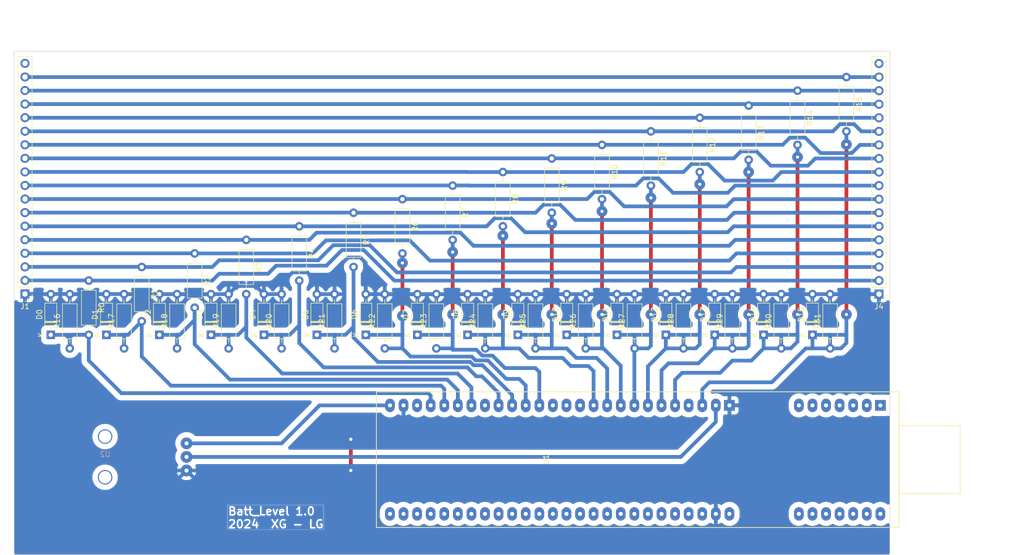
<source format=kicad_pcb>
(kicad_pcb (version 20221018) (generator pcbnew)
  (layers (0 "F.Cu" signal) (31 "B.Cu" signal) (34 "B.Paste" user) (35 "F.Paste" user) (36 "B.SilkS" user "B.Silkscreen") (37 "F.SilkS" user "F.Silkscreen") (38 "B.Mask" user) (39 "F.Mask" user) (44 "Edge.Cuts" user))
  (net 0 "")
  (net 1 "/V0")
  (net 2 "GNDPWR")
  (net 3 "/V1")
  (net 4 "/V2")
  (net 5 "/V3")
  (net 6 "/V4")
  (net 7 "/V5")
  (net 8 "/V6")
  (net 9 "/V7")
  (net 10 "/V8")
  (net 11 "/V9")
  (net 12 "/V10")
  (net 13 "/V11")
  (net 14 "/V12")
  (net 15 "/V13")
  (net 16 "/V14")
  (net 17 "/V15")
  (net 18 "/B0")
  (net 19 "/B1")
  (net 20 "/B2")
  (net 21 "/B3")
  (net 22 "/B4")
  (net 23 "/B5")
  (net 24 "/B6")
  (net 25 "/B7")
  (net 26 "/B8")
  (net 27 "/B9")
  (net 29 "Net-(U1-VDD)")
  (net 36 "Amp")
  (net 75 "/B10")
  (net 76 "/B11")
  (net 77 "/B12")
  (net 78 "/B13")
  (net 79 "/B14")
  (net 80 "/B15")
  (footprint "Resistor_THT:R_Axial_DIN0207_L6.3mm_D2.5mm_P10.16mm_Horizontal" (layer "F.Cu") (at 183.642 117.348 90)
    (fp_text reference "R26")
    (fp_text value "R")
  )
  (footprint "Resistor_THT:R_Axial_DIN0207_L6.3mm_D2.5mm_P10.16mm_Horizontal" (layer "F.Cu") (at 195.834 76.708 -90)
    (fp_text reference "R11")
    (fp_text value "R")
  )
  (footprint "Resistor_THT:R_Axial_DIN0207_L6.3mm_D2.5mm_P10.16mm_Horizontal" (layer "F.Cu") (at 177.292 81.788 -90)
    (fp_text reference "R9")
    (fp_text value "R")
  )
  (footprint "Resistor_THT:R_Axial_DIN0207_L6.3mm_D2.5mm_P10.16mm_Horizontal" (layer "F.Cu") (at 97.282 117.348 90)
    (fp_text reference "R17")
    (fp_text value "R")
  )
  (footprint "Resistor_THT:R_Axial_DIN0207_L6.3mm_D2.5mm_P10.16mm_Horizontal" (layer "F.Cu") (at 229.362 117.348 90)
    (fp_text reference "R31")
    (fp_text value "R")
  )
  (footprint "Resistor_THT:R_Axial_DIN0207_L6.3mm_D2.5mm_P10.16mm_Horizontal" (layer "F.Cu") (at 126.746 117.348 90)
    (fp_text reference "R20")
    (fp_text value "R")
  )
  (footprint "Resistor_THT:R_Axial_DIN0207_L6.3mm_D2.5mm_P10.16mm_Horizontal" (layer "F.Cu") (at 232.41 66.548 -90)
    (fp_text reference "R15")
    (fp_text value "R")
  )
  (footprint "Diode_THT:D_DO-35_SOD27_P7.62mm_Horizontal" (layer "F.Cu") (at 170.942 114.808 90)
    (fp_text reference "D9")
    (fp_text value "BZV55C3V6")
  )
  (footprint "Diode_THT:D_DO-35_SOD27_P7.62mm_Horizontal" (layer "F.Cu") (at 103.886 114.808 90)
    (fp_text reference "D2")
    (fp_text value "BZV55C3V6")
  )
  (footprint "Resistor_THT:R_Axial_DIN0207_L6.3mm_D2.5mm_P10.16mm_Horizontal" (layer "F.Cu") (at 214.122 71.882 -90)
    (fp_text reference "R13")
    (fp_text value "R")
  )
  (footprint "Resistor_THT:R_Axial_DIN0207_L6.3mm_D2.5mm_P10.16mm_Horizontal" (layer "F.Cu") (at 158.75 86.868 -90)
    (fp_text reference "R7")
    (fp_text value "R")
  )
  (footprint "Diode_THT:D_DO-35_SOD27_P7.62mm_Horizontal" (layer "F.Cu") (at 142.494 114.808 90)
    (fp_text reference "D6")
    (fp_text value "BZV55C3V6")
  )
  (footprint "Resistor_THT:R_Axial_DIN0207_L6.3mm_D2.5mm_P10.16mm_Horizontal" (layer "F.Cu") (at 186.69 79.248 -90)
    (fp_text reference "R10")
    (fp_text value "R")
  )
  (footprint "Resistor_THT:R_Axial_DIN0207_L6.3mm_D2.5mm_P10.16mm_Horizontal" (layer "F.Cu") (at 204.978 74.168 -90)
    (fp_text reference "R12")
    (fp_text value "R")
  )
  (footprint "Resistor_THT:R_Axial_DIN0207_L6.3mm_D2.5mm_P10.16mm_Horizontal" (layer "F.Cu") (at 192.786 117.348 90)
    (fp_text reference "R27")
    (fp_text value "R")
  )
  (footprint "Resistor_THT:R_Axial_DIN0207_L6.3mm_D2.5mm_P10.16mm_Horizontal" (layer "F.Cu") (at 155.702 117.348 90)
    (fp_text reference "R23")
    (fp_text value "R")
  )
  (footprint "Connector_PinHeader_2.54mm:PinHeader_1x18_P2.54mm_Vertical" (layer "F.Cu") (at 78.74 107.162 180)
    (fp_text reference "J1")
    (fp_text value "Conn_01x18")
  )
  (footprint "Resistor_THT:R_Axial_DIN0207_L6.3mm_D2.5mm_P10.16mm_Horizontal" (layer "F.Cu") (at 107.188 117.348 90)
    (fp_text reference "R18")
    (fp_text value "R")
  )
  (footprint "Diode_THT:D_DO-35_SOD27_P7.62mm_Horizontal" (layer "F.Cu") (at 180.086 114.808 90)
    (fp_text reference "D10")
    (fp_text value "BZV55C3V6")
  )
  (footprint "Resistor_THT:R_Axial_DIN0207_L6.3mm_D2.5mm_P10.16mm_Horizontal" (layer "F.Cu") (at 130.048 94.488 -90)
    (fp_text reference "R4")
    (fp_text value "R")
  )
  (footprint "Resistor_THT:R_Axial_DIN0207_L6.3mm_D2.5mm_P10.16mm_Horizontal" (layer "F.Cu") (at 168.148 84.328 -90)
    (fp_text reference "R8")
    (fp_text value "R")
  )
  (footprint "Resistor_THT:R_Axial_DIN0207_L6.3mm_D2.5mm_P10.16mm_Horizontal" (layer "F.Cu") (at 174.244 117.348 90)
    (fp_text reference "R25")
    (fp_text value "R")
  )
  (footprint "Resistor_THT:R_Axial_DIN0207_L6.3mm_D2.5mm_P10.16mm_Horizontal" (layer "F.Cu") (at 146.05 117.348 90)
    (fp_text reference "R22")
    (fp_text value "R")
  )
  (footprint "Diode_THT:D_DO-35_SOD27_P7.62mm_Horizontal" (layer "F.Cu") (at 93.98 114.808 90)
    (fp_text reference "D1")
    (fp_text value "BZV55C3V6")
  )
  (footprint "Diode_THT:D_DO-35_SOD27_P7.62mm_Horizontal" (layer "F.Cu") (at 216.916 114.808 90)
    (fp_text reference "D14")
    (fp_text value "BZV55C3V6")
  )
  (footprint "Diode_THT:D_DO-35_SOD27_P7.62mm_Horizontal" (layer "F.Cu") (at 226.06 114.808 90)
    (fp_text reference "D15")
    (fp_text value "BZV55C3V6")
  )
  (footprint "Diode_THT:D_DO-35_SOD27_P7.62mm_Horizontal" (layer "F.Cu") (at 83.566 114.808 90)
    (fp_text reference "D0")
    (fp_text value "BZV55C3V6")
  )
  (footprint "Resistor_THT:R_Axial_DIN0207_L6.3mm_D2.5mm_P10.16mm_Horizontal" (layer "F.Cu") (at 211.074 117.348 90)
    (fp_text reference "R29")
    (fp_text value "R")
  )
  (footprint "Diode_THT:D_DO-35_SOD27_P7.62mm_Horizontal" (layer "F.Cu") (at 189.484 114.808 90)
    (fp_text reference "D11")
    (fp_text value "BZV55C3V6")
  )
  (footprint "Diode_THT:D_DO-35_SOD27_P7.62mm_Horizontal" (layer "F.Cu") (at 152.146 114.808 90)
    (fp_text reference "D7")
    (fp_text value "BZV55C3V6")
  )
  (footprint "Diode_THT:D_DO-35_SOD27_P7.62mm_Horizontal" (layer "F.Cu") (at 161.544 114.808 90)
    (fp_text reference "D8")
    (fp_text value "BZV55C3V6")
  )
  (footprint "Resistor_THT:R_Axial_DIN0207_L6.3mm_D2.5mm_P10.16mm_Horizontal" (layer "F.Cu") (at 100.584 102.108 -90)
    (fp_text reference "R1")
    (fp_text value "R")
  )
  (footprint "Xg_lib_pcb:Cy8ckit-059" (layer "F.Cu") (at 176.23 138.176 -90)
    (fp_text reference "U1")
    (fp_text value "Cy8ckit-059")
  )
  (footprint "Resistor_THT:R_Axial_DIN0207_L6.3mm_D2.5mm_P10.16mm_Horizontal" (layer "F.Cu") (at 149.352 89.408 -90)
    (fp_text reference "R6")
    (fp_text value "R")
  )
  (footprint "Resistor_THT:R_Axial_DIN0207_L6.3mm_D2.5mm_P10.16mm_Horizontal" (layer "F.Cu") (at 90.678 104.648 -90)
    (fp_text reference "R0")
    (fp_text value "R")
  )
  (footprint "Diode_THT:D_DO-35_SOD27_P7.62mm_Horizontal" (layer "F.Cu") (at 198.628 114.808 90)
    (fp_text reference "D12")
    (fp_text value "BZV55C3V6")
  )
  (footprint "Resistor_THT:R_Axial_DIN0207_L6.3mm_D2.5mm_P10.16mm_Horizontal" (layer "F.Cu") (at 220.218 117.348 90)
    (fp_text reference "R30")
    (fp_text value "R")
  )
  (footprint "Resistor_THT:R_Axial_DIN0207_L6.3mm_D2.5mm_P10.16mm_Horizontal" (layer "F.Cu") (at 164.846 117.348 90)
    (fp_text reference "R24")
    (fp_text value "R")
  )
  (footprint "Resistor_THT:R_Axial_DIN0207_L6.3mm_D2.5mm_P10.16mm_Horizontal" (layer "F.Cu") (at 116.84 117.348 90)
    (fp_text reference "R19")
    (fp_text value "R")
  )
  (footprint "Diode_THT:D_DO-35_SOD27_P7.62mm_Horizontal" (layer "F.Cu") (at 133.35 114.808 90)
    (fp_text reference "D5")
    (fp_text value "BZV55C3V6")
  )
  (footprint "Diode_THT:D_DO-35_SOD27_P7.62mm_Horizontal" (layer "F.Cu") (at 113.538 114.808 90)
    (fp_text reference "D3")
    (fp_text value "BZV55C3V6")
  )
  (footprint "Diode_THT:D_DO-35_SOD27_P7.62mm_Horizontal" (layer "F.Cu") (at 123.444 114.808 90)
    (fp_text reference "D4")
    (fp_text value "BZV55C3V6")
  )
  (footprint "Resistor_THT:R_Axial_DIN0207_L6.3mm_D2.5mm_P10.16mm_Horizontal" (layer "F.Cu") (at 223.266 69.088 -90)
    (fp_text reference "R14")
    (fp_text value "R")
  )
  (footprint "Resistor_THT:R_Axial_DIN0207_L6.3mm_D2.5mm_P10.16mm_Horizontal" (layer "F.Cu") (at 87.122 117.348 90)
    (fp_text reference "R16")
    (fp_text value "R")
  )
  (footprint "Resistor_THT:R_Axial_DIN0207_L6.3mm_D2.5mm_P10.16mm_Horizontal" (layer "F.Cu") (at 110.49 99.568 -90)
    (fp_text reference "R2")
    (fp_text value "R")
  )
  (footprint "Resistor_THT:R_Axial_DIN0207_L6.3mm_D2.5mm_P10.16mm_Horizontal" (layer "F.Cu") (at 136.652 117.348 90)
    (fp_text reference "R21")
    (fp_text value "R")
  )
  (footprint "Resistor_THT:R_Axial_DIN0207_L6.3mm_D2.5mm_P10.16mm_Horizontal" (layer "F.Cu") (at 201.93 117.348 90)
    (fp_text reference "R28")
    (fp_text value "R")
  )
  (footprint "Resistor_THT:R_Axial_DIN0207_L6.3mm_D2.5mm_P10.16mm_Horizontal" (layer "F.Cu") (at 140.208 91.948 -90)
    (fp_text reference "R5")
    (fp_text value "R")
  )
  (footprint "Connector_PinHeader_2.54mm:PinHeader_1x18_P2.54mm_Vertical" (layer "F.Cu") (at 238.506 107.188 180)
    (fp_text reference "J4")
    (fp_text value "Conn_01x18" hide)
  )
  (footprint "Diode_THT:D_DO-35_SOD27_P7.62mm_Horizontal" (layer "F.Cu") (at 207.772 114.808 90)
    (fp_text reference "D13")
    (fp_text value "BZV55C3V6")
  )
  (footprint "Resistor_THT:R_Axial_DIN0207_L6.3mm_D2.5mm_P10.16mm_Horizontal" (layer "F.Cu") (at 120.142 97.028 -90)
    (fp_text reference "R3")
    (fp_text value "R")
  )
  (footprint "composants_internes:ACS-712_breakout" (layer "B.Cu") (at 93.726 137.668 180)
    (fp_text reference "U2")
    (fp_text value "~")
  )
  (gr_rect (start 76.708 61.6966) (end 240.538 155.956) (stroke (width 0.1)) (fill none) (layer "Edge.Cuts"))
  (gr_text "Batt_Level 1.0\n2024  XG - LG" (at 116.586 151.13) (layer "B.Cu" knockout) (effects (font (size 1.5 1.5) (thickness 0.3) bold) (justify left bottom)))
  (segment (start 90.678 114.808) (end 86.36 114.808) (width 0.7) (layer "B.Cu") (net 1))
  (segment (start 87.122 115.316) (end 87.63 114.808) (width 0.7) (layer "B.Cu") (net 1))
  (segment (start 96.774 125.73) (end 90.678 119.634) (width 0.7) (layer "B.Cu") (net 1))
  (segment (start 87.122 117.348) (end 87.122 115.57) (width 0.7) (layer "B.Cu") (net 1))
  (segment (start 90.678 119.634) (end 90.678 114.808) (width 0.7) (layer "B.Cu") (net 1))
  (segment (start 154.178 125.73) (end 96.774 125.73) (width 0.7) (layer "B.Cu") (net 1))
  (segment (start 86.36 114.808) (end 83.566 114.808) (width 0.7) (layer "B.Cu") (net 1))
  (segment (start 87.122 115.57) (end 86.36 114.808) (width 0.7) (layer "B.Cu") (net 1))
  (segment (start 87.63 114.808) (end 90.678 114.808) (width 0.7) (layer "B.Cu") (net 1))
  (segment (start 154.64 128.016) (end 154.64 126.192) (width 0.7) (layer "B.Cu") (net 1))
  (segment (start 154.64 126.192) (end 154.178 125.73) (width 0.7) (layer "B.Cu") (net 1))
  (segment (start 87.122 117.348) (end 87.122 115.316) (width 0.7) (layer "B.Cu") (net 1))
  (segment (start 139.7 134.366) (end 139.7 140.208) (width 0.7) (layer "F.Cu") (net 2))
  (via (at 139.7 140.208) (size 2) (drill 0.6) (layers "F.Cu" "B.Cu") (net 2))
  (via (at 139.7 134.366) (size 2) (drill 0.6) (layers "F.Cu" "B.Cu") (net 2))
  (segment (start 78.74 107.162) (end 103.86 107.162) (width 0.7) (layer "B.Cu") (net 2))
  (segment (start 128.778 103.124) (end 131.572 103.124) (width 0.7) (layer "B.Cu") (net 2))
  (segment (start 136.652 102.87) (end 139.192 100.33) (width 0.7) (layer "B.Cu") (net 2))
  (segment (start 139.192 100.33) (end 141.478 100.33) (width 0.7) (layer "B.Cu") (net 2))
  (segment (start 207.98 148.336) (end 207.98 140.254) (width 0.7) (layer "B.Cu") (net 2))
  (segment (start 121.92 105.664) (end 123.444 107.188) (width 0.7) (layer "B.Cu") (net 2))
  (segment (start 78.74 107.162) (end 78.74 113.538) (width 0.7) (layer "B.Cu") (net 2))
  (segment (start 78.74 113.538) (end 105.41 140.208) (width 0.7) (layer "B.Cu") (net 2))
  (segment (start 142.494 101.346) (end 142.113 100.965) (width 0.7) (layer "B.Cu") (net 2))
  (segment (start 133.35 107.188) (end 136.652 107.188) (width 0.7) (layer "B.Cu") (net 2))
  (segment (start 152.146 107.188) (end 155.702 107.188) (width 0.7) (layer "B.Cu") (net 2))
  (segment (start 103.86 107.162) (end 103.886 107.188) (width 0.7) (layer "B.Cu") (net 2))
  (segment (start 123.444 107.188) (end 126.746 107.188) (width 0.7) (layer "B.Cu") (net 2))
  (segment (start 141.478 100.33) (end 142.113 100.965) (width 0.7) (layer "B.Cu") (net 2))
  (segment (start 238.506 117.348) (end 233.172 122.682) (width 0.7) (layer "B.Cu") (net 2))
  (segment (start 217.424 128.016) (end 210.52 128.016) (width 0.7) (layer "B.Cu") (net 2))
  (segment (start 126.746 107.188) (end 126.746 105.156) (width 0.7) (layer "B.Cu") (net 2))
  (segment (start 116.84 107.188) (end 118.364 105.664) (width 0.7) (layer "B.Cu") (net 2))
  (segment (start 126.746 105.156) (end 128.778 103.124) (width 0.7) (layer "B.Cu") (net 2))
  (segment (start 205.694 140.208) (end 108.966 140.208) (width 0.7) (layer "B.Cu") (net 2))
  (segment (start 210.52 137.714) (end 209.423 138.811) (width 0.7) (layer "B.Cu") (net 2))
  (segment (start 140.716 133.35) (end 139.7 134.366) (width 0.7) (layer "B.Cu") (net 2))
  (segment (start 222.758 122.682) (end 217.424 128.016) (width 0.7) (layer "B.Cu") (net 2))
  (segment (start 133.35 107.188) (end 133.35 104.902) (width 0.7) (layer "B.Cu") (net 2))
  (segment (start 149.56 131.872) (end 148.082 133.35) (width 0.7) (layer "B.Cu") (net 2))
  (segment (start 148.082 133.35) (end 140.716 133.35) (width 0.7) (layer "B.Cu") (net 2))
  (segment (start 143.51 107.188) (end 154.432 107.188) (width 0.7) (layer "B.Cu") (net 2))
  (segment (start 238.176 107.112) (end 238.506 107.442) (width 0.7) (layer "B.Cu") (net 2))
  (segment (start 149.56 128.016) (end 149.56 131.872) (width 0.7) (layer "B.Cu") (net 2))
  (segment (start 238.506 107.188) (end 238.506 117.348) (width 0.7) (layer "B.Cu") (net 2))
  (segment (start 208.026 140.208) (end 209.423 138.811) (width 0.7) (layer "B.Cu") (net 2))
  (segment (start 205.694 140.208) (end 208.026 140.208) (width 0.7) (layer "B.Cu") (net 2))
  (segment (start 233.172 122.682) (end 222.758 122.682) (width 0.7) (layer "B.Cu") (net 2))
  (segment (start 142.494 107.188) (end 142.494 101.346) (width 0.7) (layer "B.Cu") (net 2))
  (segment (start 118.364 105.664) (end 121.92 105.664) (width 0.7) (layer "B.Cu") (net 2))
  (segment (start 136.652 107.188) (end 136.652 102.87) (width 0.7) (layer "B.Cu") (net 2))
  (segment (start 105.41 140.208) (end 108.966 140.208) (width 0.7) (layer "B.Cu") (net 2))
  (segment (start 207.98 140.254) (end 209.423 138.811) (width 0.7) (layer "B.Cu") (net 2))
  (segment (start 238.506 107.188) (end 142.494 107.188) (width 0.7) (layer "B.Cu") (net 2))
  (segment (start 133.35 104.902) (end 131.572 103.124) (width 0.7) (layer "B.Cu") (net 2))
  (segment (start 103.886 107.188) (end 116.84 107.188) (width 0.7) (layer "B.Cu") (net 2))
  (segment (start 210.52 128.016) (end 210.52 137.714) (width 0.7) (layer "B.Cu") (net 2))
  (segment (start 97.282 115.062) (end 97.536 114.808) (width 0.7) (layer "B.Cu") (net 3))
  (segment (start 100.584 118.872) (end 100.584 112.268) (width 0.7) (layer "B.Cu") (net 3))
  (segment (start 97.282 117.348) (end 97.282 115.062) (width 0.7) (layer "B.Cu") (net 3))
  (segment (start 93.98 114.808) (end 97.028 114.808) (width 0.7) (layer "B.Cu") (net 3))
  (segment (start 97.282 115.062) (end 97.028 114.808) (width 0.7) (layer "B.Cu") (net 3))
  (segment (start 97.536 114.808) (end 97.79 114.808) (width 0.7) (layer "B.Cu") (net 3))
  (segment (start 157.18 124.922) (end 156.591 124.333) (width 0.7) (layer "B.Cu") (net 3))
  (segment (start 98.044 114.808) (end 100.584 112.268) (width 0.7) (layer "B.Cu") (net 3))
  (segment (start 156.591 124.333) (end 106.045 124.333) (width 0.7) (layer "B.Cu") (net 3))
  (segment (start 157.18 128.016) (end 157.18 124.922) (width 0.7) (layer "B.Cu") (net 3))
  (segment (start 97.79 114.808) (end 98.044 114.808) (width 0.7) (layer "B.Cu") (net 3))
  (segment (start 106.045 124.333) (end 100.584 118.872) (width 0.7) (layer "B.Cu") (net 3))
  (segment (start 97.028 114.808) (end 97.79 114.808) (width 0.7) (layer "B.Cu") (net 3))
  (segment (start 159.72 125.176) (end 157.734 123.19) (width 0.7) (layer "B.Cu") (net 4))
  (segment (start 107.188 117.348) (end 107.188 114.808) (width 0.7) (layer "B.Cu") (net 4))
  (segment (start 110.49 116.586) (end 110.49 109.728) (width 0.7) (layer "B.Cu") (net 4))
  (segment (start 159.72 128.016) (end 159.72 125.176) (width 0.7) (layer "B.Cu") (net 4))
  (segment (start 117.094 123.19) (end 110.49 116.586) (width 0.7) (layer "B.Cu") (net 4))
  (segment (start 107.188 114.808) (end 107.696 114.808) (width 0.7) (layer "B.Cu") (net 4))
  (segment (start 157.734 123.19) (end 117.094 123.19) (width 0.7) (layer "B.Cu") (net 4))
  (segment (start 107.696 114.808) (end 110.49 112.014) (width 0.7) (layer "B.Cu") (net 4))
  (segment (start 103.886 114.808) (end 107.188 114.808) (width 0.7) (layer "B.Cu") (net 4))
  (segment (start 110.49 112.014) (end 110.49 109.728) (width 0.7) (layer "B.Cu") (net 4))
  (segment (start 118.618 114.808) (end 116.84 114.808) (width 0.7) (layer "B.Cu") (net 5))
  (segment (start 126.873 122.047) (end 120.142 115.316) (width 0.7) (layer "B.Cu") (net 5))
  (segment (start 159.664 122.047) (end 126.873 122.047) (width 0.7) (layer "B.Cu") (net 5))
  (segment (start 120.142 107.188) (end 120.142 112.268) (width 0.7) (layer "B.Cu") (net 5))
  (segment (start 162.26 124.643) (end 159.664 122.047) (width 0.7) (layer "B.Cu") (net 5))
  (segment (start 116.84 117.348) (end 116.84 114.808) (width 0.7) (layer "B.Cu") (net 5))
  (segment (start 120.142 113.284) (end 118.618 114.808) (width 0.7) (layer "B.Cu") (net 5))
  (segment (start 120.142 112.268) (end 120.142 113.284) (width 0.7) (layer "B.Cu") (net 5))
  (segment (start 162.26 128.016) (end 162.26 124.643) (width 0.7) (layer "B.Cu") (net 5))
  (segment (start 116.84 114.808) (end 113.538 114.808) (width 0.7) (layer "B.Cu") (net 5))
  (segment (start 120.142 115.316) (end 120.142 112.268) (width 0.7) (layer "B.Cu") (net 5))
  (segment (start 164.234 122.578) (end 163.172 122.578) (width 0.7) (layer "B.Cu") (net 6))
  (segment (start 128.27 114.808) (end 126.746 114.808) (width 0.7) (layer "B.Cu") (net 6))
  (segment (start 134.62 120.904) (end 130.048 116.332) (width 0.7) (layer "B.Cu") (net 6))
  (segment (start 130.048 104.648) (end 130.048 113.03) (width 0.7) (layer "B.Cu") (net 6))
  (segment (start 167.34 128.016) (end 167.34 125.684) (width 0.7) (layer "B.Cu") (net 6))
  (segment (start 161.498 120.904) (end 134.62 120.904) (width 0.7) (layer "B.Cu") (net 6))
  (segment (start 130.048 116.332) (end 130.048 113.03) (width 0.7) (layer "B.Cu") (net 6))
  (segment (start 163.172 122.578) (end 161.498 120.904) (width 0.7) (layer "B.Cu") (net 6))
  (segment (start 126.746 117.348) (end 126.746 114.808) (width 0.7) (layer "B.Cu") (net 6))
  (segment (start 126.746 114.808) (end 123.444 114.808) (width 0.7) (layer "B.Cu") (net 6))
  (segment (start 130.048 113.03) (end 128.27 114.808) (width 0.7) (layer "B.Cu") (net 6))
  (segment (start 167.34 125.684) (end 164.234 122.578) (width 0.7) (layer "B.Cu") (net 6))
  (segment (start 136.652 114.808) (end 133.35 114.808) (width 0.7) (layer "B.Cu") (net 7))
  (segment (start 144.78 119.888) (end 140.208 115.316) (width 0.7) (layer "B.Cu") (net 7))
  (segment (start 162.659208 120.498) (end 162.049208 119.888) (width 0.7) (layer "B.Cu") (net 7))
  (segment (start 140.208 115.316) (end 140.208 113.284) (width 0.7) (layer "B.Cu") (net 7))
  (segment (start 169.88 128.016) (end 169.88 126.066) (width 0.7) (layer "B.Cu") (net 7))
  (segment (start 162.049208 119.888) (end 144.78 119.888) (width 0.7) (layer "B.Cu") (net 7))
  (segment (start 140.208 113.284) (end 138.684 114.808) (width 0.7) (layer "B.Cu") (net 7))
  (segment (start 164.312 120.498) (end 162.659208 120.498) (width 0.7) (layer "B.Cu") (net 7))
  (segment (start 136.652 117.348) (end 136.652 114.808) (width 0.7) (layer "B.Cu") (net 7))
  (segment (start 169.88 126.066) (end 164.312 120.498) (width 0.7) (layer "B.Cu") (net 7))
  (segment (start 138.684 114.808) (end 136.652 114.808) (width 0.7) (layer "B.Cu") (net 7))
  (segment (start 140.208 102.108) (end 140.208 113.284) (width 0.7) (layer "B.Cu") (net 7))
  (segment (start 149.352 101.346) (end 149.352 111.252) (width 0.7) (layer "F.Cu") (net 8))
  (via (at 149.352 111.252) (size 2) (drill 0.6) (layers "F.Cu" "B.Cu") (net 8))
  (via (at 149.352 101.346) (size 2) (drill 0.6) (layers "F.Cu" "B.Cu") (net 8))
  (segment (start 163.032 119.598) (end 165.318 119.598) (width 0.7) (layer "B.Cu") (net 8))
  (segment (start 165.318 119.598) (end 168.783 123.063) (width 0.7) (layer "B.Cu") (net 8))
  (segment (start 142.494 114.808) (end 149.352 114.808) (width 0.7) (layer "B.Cu") (net 8))
  (segment (start 162.306 118.872) (end 163.032 119.598) (width 0.7) (layer "B.Cu") (net 8))
  (segment (start 149.352 101.346) (end 149.352 99.568) (width 0.7) (layer "B.Cu") (net 8))
  (segment (start 150.876 118.872) (end 162.306 118.872) (width 0.7) (layer "B.Cu") (net 8))
  (segment (start 149.352 114.808) (end 149.352 111.252) (width 0.7) (layer "B.Cu") (net 8))
  (segment (start 149.352 117.348) (end 150.876 118.872) (width 0.7) (layer "B.Cu") (net 8))
  (segment (start 149.352 117.348) (end 149.352 114.808) (width 0.7) (layer "B.Cu") (net 8))
  (segment (start 168.783 123.063) (end 171.196 123.063) (width 0.7) (layer "B.Cu") (net 8))
  (segment (start 171.196 123.063) (end 172.42 124.287) (width 0.7) (layer "B.Cu") (net 8))
  (segment (start 146.05 117.348) (end 149.352 117.348) (width 0.7) (layer "B.Cu") (net 8))
  (segment (start 172.42 124.287) (end 172.42 128.016) (width 0.7) (layer "B.Cu") (net 8))
  (segment (start 158.75 109.22) (end 158.75 110.998) (width 0.7) (layer "F.Cu") (net 9))
  (segment (start 158.75 99.314) (end 158.75 109.22) (width 0.7) (layer "F.Cu") (net 9))
  (via (at 158.75 99.314) (size 2) (drill 0.6) (layers "F.Cu" "B.Cu") (net 9))
  (via (at 158.75 110.998) (size 2) (drill 0.6) (layers "F.Cu" "B.Cu") (net 9))
  (segment (start 158.75 97.028) (end 158.75 99.314) (width 0.7) (layer "B.Cu") (net 9))
  (segment (start 174.96 128.016) (end 174.96 121.747) (width 0.7) (layer "B.Cu") (net 9))
  (segment (start 155.702 117.348) (end 158.496 117.348) (width 0.7) (layer "B.Cu") (net 9))
  (segment (start 168.529 121.031) (end 166.196 118.698) (width 0.7) (layer "B.Cu") (net 9))
  (segment (start 166.196 118.698) (end 164.286811 118.698) (width 0.7) (layer "B.Cu") (net 9))
  (segment (start 163.190811 117.602) (end 158.75 117.602) (width 0.7) (layer "B.Cu") (net 9))
  (segment (start 164.286811 118.698) (end 163.190811 117.602) (width 0.7) (layer "B.Cu") (net 9))
  (segment (start 174.96 121.747) (end 174.244 121.031) (width 0.7) (layer "B.Cu") (net 9))
  (segment (start 158.75 114.808) (end 158.75 110.998) (width 0.7) (layer "B.Cu") (net 9))
  (segment (start 158.496 117.348) (end 158.75 117.602) (width 0.7) (layer "B.Cu") (net 9))
  (segment (start 158.75 117.602) (end 158.75 114.808) (width 0.7) (layer "B.Cu") (net 9))
  (segment (start 174.244 121.031) (end 168.529 121.031) (width 0.7) (layer "B.Cu") (net 9))
  (segment (start 152.146 114.808) (end 158.75 114.808) (width 0.7) (layer "B.Cu") (net 9))
  (segment (start 168.148 96.266) (end 168.148 110.997998) (width 0.7) (layer "F.Cu") (net 10))
  (via (at 168.148 96.266) (size 2) (drill 0.6) (layers "F.Cu" "B.Cu") (net 10))
  (via (at 168.148 110.997998) (size 2) (drill 0.6) (layers "F.Cu" "B.Cu") (net 10))
  (segment (start 168.148 117.348) (end 164.846 117.348) (width 0.7) (layer "B.Cu") (net 10))
  (segment (start 161.544 114.808) (end 164.846 114.808) (width 0.7) (layer "B.Cu") (net 10))
  (segment (start 172.974 119.126) (end 171.196 117.348) (width 0.7) (layer "B.Cu") (net 10))
  (segment (start 180.848 120.65) (end 179.324 119.126) (width 0.7) (layer "B.Cu") (net 10))
  (segment (start 164.846 114.808) (end 168.148 114.808) (width 0.7) (layer "B.Cu") (net 10))
  (segment (start 171.196 117.348) (end 168.148 117.348) (width 0.7) (layer "B.Cu") (net 10))
  (segment (start 164.846 117.348) (end 164.846 114.808) (width 0.7) (layer "B.Cu") (net 10))
  (segment (start 185.12 128.016) (end 185.12 121.62) (width 0.7) (layer "B.Cu") (net 10))
  (segment (start 185.12 121.62) (end 184.15 120.65) (width 0.7) (layer "B.Cu") (net 10))
  (segment (start 168.148 114.808) (end 168.148 117.348) (width 0.7) (layer "B.Cu") (net 10))
  (segment (start 179.324 119.126) (end 172.974 119.126) (width 0.7) (layer "B.Cu") (net 10))
  (segment (start 184.15 120.65) (end 180.848 120.65) (width 0.7) (layer "B.Cu") (net 10))
  (segment (start 168.148 94.488) (end 168.148 96.266) (width 0.7) (layer "B.Cu") (net 10))
  (segment (start 168.148 110.997998) (end 168.148 114.808) (width 0.7) (layer "B.Cu") (net 10))
  (segment (start 177.292 93.98) (end 177.292 110.998) (width 0.7) (layer "F.Cu") (net 11))
  (via (at 177.292 110.998) (size 2) (drill 0.6) (layers "F.Cu" "B.Cu") (net 11))
  (via (at 177.292 93.98) (size 2) (drill 0.6) (layers "F.Cu" "B.Cu") (net 11))
  (segment (start 174.244 117.348) (end 174.244 114.808) (width 0.7) (layer "B.Cu") (net 11))
  (segment (start 177.292 114.808) (end 177.292 117.348) (width 0.7) (layer "B.Cu") (net 11))
  (segment (start 187.66 128.016) (end 187.66 121.112) (width 0.7) (layer "B.Cu") (net 11))
  (segment (start 177.292 110.998) (end 177.292 114.808) (width 0.7) (layer "B.Cu") (net 11))
  (segment (start 187.66 121.112) (end 185.674 119.126) (width 0.7) (layer "B.Cu") (net 11))
  (segment (start 180.086 117.348) (end 177.292 117.348) (width 0.7) (layer "B.Cu") (net 11))
  (segment (start 170.942 114.808) (end 174.244 114.808) (width 0.7) (layer "B.Cu") (net 11))
  (segment (start 177.292 117.348) (end 174.244 117.348) (width 0.7) (layer "B.Cu") (net 11))
  (segment (start 181.864 119.126) (end 180.086 117.348) (width 0.7) (layer "B.Cu") (net 11))
  (segment (start 177.292 91.948) (end 177.292 93.98) (width 0.7) (layer "B.Cu") (net 11))
  (segment (start 174.244 114.808) (end 177.292 114.808) (width 0.7) (layer "B.Cu") (net 11))
  (segment (start 185.674 119.126) (end 181.864 119.126) (width 0.7) (layer "B.Cu") (net 11))
  (segment (start 186.69 91.694) (end 186.69 110.998) (width 0.7) (layer "F.Cu") (net 12))
  (via (at 186.69 91.694) (size 2) (drill 0.6) (layers "F.Cu" "B.Cu") (net 12))
  (via (at 186.69 110.998) (size 2) (drill 0.6) (layers "F.Cu" "B.Cu") (net 12))
  (segment (start 186.69 89.408) (end 186.69 91.694) (width 0.7) (layer "B.Cu") (net 12))
  (segment (start 186.69 114.808) (end 186.69 117.348) (width 0.7) (layer "B.Cu") (net 12))
  (segment (start 183.642 117.348) (end 183.642 114.808) (width 0.7) (layer "B.Cu") (net 12))
  (segment (start 190.2 128.016) (end 190.2 120.604) (width 0.7) (layer "B.Cu") (net 12))
  (segment (start 186.69 117.348) (end 183.642 117.348) (width 0.7) (layer "B.Cu") (net 12))
  (segment (start 183.642 114.808) (end 186.69 114.808) (width 0.7) (layer "B.Cu") (net 12))
  (segment (start 186.944 117.348) (end 186.69 117.348) (width 0.7) (layer "B.Cu") (net 12))
  (segment (start 186.69 110.998) (end 186.69 114.808) (width 0.7) (layer "B.Cu") (net 12))
  (segment (start 190.2 120.604) (end 186.944 117.348) (width 0.7) (layer "B.Cu") (net 12))
  (segment (start 180.086 114.808) (end 183.642 114.808) (width 0.7) (layer "B.Cu") (net 12))
  (segment (start 195.834 89.154) (end 195.834 110.998) (width 0.7) (layer "F.Cu") (net 13))
  (via (at 195.834 110.998) (size 2) (drill 0.6) (layers "F.Cu" "B.Cu") (net 13))
  (via (at 195.834 89.154) (size 2) (drill 0.6) (layers "F.Cu" "B.Cu") (net 13))
  (segment (start 192.74 117.394) (end 192.786 117.348) (width 0.7) (layer "B.Cu") (net 13))
  (segment (start 192.786 114.808) (end 195.834 114.808) (width 0.7) (layer "B.Cu") (net 13))
  (segment (start 192.74 128.016) (end 192.74 117.394) (width 0.7) (layer "B.Cu") (net 13))
  (segment (start 195.834 110.998) (end 195.834 114.808) (width 0.7) (layer "B.Cu") (net 13))
  (segment (start 192.786 117.348) (end 192.786 114.808) (width 0.7) (layer "B.Cu") (net 13))
  (segment (start 195.326 117.348) (end 192.786 117.348) (width 0.7) (layer "B.Cu") (net 13))
  (segment (start 189.484 114.808) (end 192.786 114.808) (width 0.7) (layer "B.Cu") (net 13))
  (segment (start 195.834 116.84) (end 195.326 117.348) (width 0.7) (layer "B.Cu") (net 13))
  (segment (start 195.834 114.808) (end 195.834 116.84) (width 0.7) (layer "B.Cu") (net 13))
  (segment (start 195.834 86.868) (end 195.834 89.154) (width 0.7) (layer "B.Cu") (net 13))
  (segment (start 204.978 86.614) (end 204.978 110.997998) (width 0.7) (layer "F.Cu") (net 14))
  (segment (start 204.978 110.997998) (end 204.978002 110.998) (width 0.7) (layer "F.Cu") (net 14))
  (via (at 204.978002 110.998) (size 2) (drill 0.6) (layers "F.Cu" "B.Cu") (net 14))
  (via (at 204.978 86.614) (size 2) (drill 0.6) (layers "F.Cu" "B.Cu") (net 14))
  (segment (start 204.978 110.998002) (end 204.978002 110.998) (width 0.7) (layer "B.Cu") (net 14))
  (segment (start 201.93 114.808) (end 204.978 114.808) (width 0.7) (layer "B.Cu") (net 14))
  (segment (start 198.628 114.808) (end 201.93 114.808) (width 0.7) (layer "B.Cu") (net 14))
  (segment (start 204.978 84.328) (end 204.978 86.614) (width 0.7) (layer "B.Cu") (net 14))
  (segment (start 195.28 120.696) (end 198.628 117.348) (width 0.7) (layer "B.Cu") (net 14))
  (segment (start 198.628 117.348) (end 201.93 117.348) (width 0.7) (layer "B.Cu") (net 14))
  (segment (start 204.978 114.808) (end 204.978 110.998002) (width 0.7) (layer "B.Cu") (net 14))
  (segment (start 204.216 117.348) (end 204.978 116.586) (width 0.7) (layer "B.Cu") (net 14))
  (segment (start 198.628 114.808) (end 198.628 117.348) (width 0.7) (layer "B.Cu") (net 14))
  (segment (start 195.28 128.016) (end 195.28 120.696) (width 0.7) (layer "B.Cu") (net 14))
  (segment (start 201.93 117.348) (end 201.93 114.808) (width 0.7) (layer "B.Cu") (net 14))
  (segment (start 204.978 116.586) (end 204.978 114.808) (width 0.7) (layer "B.Cu") (net 14))
  (segment (start 201.93 117.348) (end 204.216 117.348) (width 0.7) (layer "B.Cu") (net 14))
  (segment (start 214.122 84.328) (end 214.122 110.998) (width 0.7) (layer "F.Cu") (net 15))
  (via (at 214.122 84.328) (size 2) (drill 0.6) (layers "F.Cu" "B.Cu") (net 15))
  (via (at 214.122 110.998) (size 2) (drill 0.6) (layers "F.Cu" "B.Cu") (net 15))
  (segment (start 204.724 120.142) (end 207.518 117.348) (width 0.7) (layer "B.Cu") (net 15))
  (segment (start 214.122 82.042) (end 214.122 84.328) (width 0.7) (layer "B.Cu") (net 15))
  (segment (start 197.82 121.458) (end 199.136 120.142) (width 0.7) (layer "B.Cu") (net 15))
  (segment (start 207.518 117.348) (end 207.772 117.348) (width 0.7) (layer "B.Cu") (net 15))
  (segment (start 207.772 114.808) (end 211.328 114.808) (width 0.7) (layer "B.Cu") (net 15))
  (segment (start 207.772 114.808) (end 207.772 117.348) (width 0.7) (layer "B.Cu") (net 15))
  (segment (start 211.074 117.348) (end 213.614 117.348) (width 0.7) (layer "B.Cu") (net 15))
  (segment (start 214.122 116.84) (end 214.122 114.808) (width 0.7) (layer "B.Cu") (net 15))
  (segment (start 211.328 114.808) (end 214.122 114.808) (width 0.7) (layer "B.Cu") (net 15))
  (segment (start 211.074 117.348) (end 211.074 115.062) (width 0.7) (layer "B.Cu") (net 15))
  (segment (start 214.122 114.808) (end 214.122 110.998) (width 0.7) (layer "B.Cu") (net 15))
  (segment (start 213.614 117.348) (end 214.122 116.84) (width 0.7) (layer "B.Cu") (net 15))
  (segment (start 197.82 128.016) (end 197.82 121.458) (width 0.7) (layer "B.Cu") (net 15))
  (segment (start 199.136 120.142) (end 204.724 120.142) (width 0.7) (layer "B.Cu") (net 15))
  (segment (start 211.074 115.062) (end 211.328 114.808) (width 0.7) (layer "B.Cu") (net 15))
  (segment (start 207.772 117.348) (end 211.074 117.348) (width 0.7) (layer "B.Cu") (net 15))
  (segment (start 223.266 81.534) (end 223.266 110.998002) (width 0.7) (layer "F.Cu") (net 16))
  (via (at 223.266 81.534) (size 2) (drill 0.6) (layers "F.Cu" "B.Cu") (net 16))
  (via (at 223.266 110.998002) (size 2) (drill 0.6) (layers "F.Cu" "B.Cu") (net 16))
  (segment (start 200.36 123.236) (end 201.676 121.92) (width 0.7) (layer "B.Cu") (net 16))
  (segment (start 214.63 119.634) (end 216.916 117.348) (width 0.7) (layer "B.Cu") (net 16))
  (segment (start 220.218 117.348) (end 220.218 114.808) (width 0.7) (layer "B.Cu") (net 16))
  (segment (start 216.916 117.348) (end 220.218 117.348) (width 0.7) (layer "B.Cu") (net 16))
  (segment (start 216.916 114.808) (end 216.916 117.348) (width 0.7) (layer "B.Cu") (net 16))
  (segment (start 201.676 121.92) (end 208.788 121.92) (width 0.7) (layer "B.Cu") (net 16))
  (segment (start 223.266 114.808) (end 223.266 110.998002) (width 0.7) (layer "B.Cu") (net 16))
  (segment (start 220.218 114.808) (end 223.266 114.808) (width 0.7) (layer "B.Cu") (net 16))
  (segment (start 221.996 117.348) (end 223.266 116.078) (width 0.7) (layer "B.Cu") (net 16))
  (segment (start 223.266 116.078) (end 223.266 114.808) (width 0.7) (layer "B.Cu") (net 16))
  (segment (start 216.916 114.808) (end 220.218 114.808) (width 0.7) (layer "B.Cu") (net 16))
  (segment (start 220.218 117.348) (end 221.996 117.348) (width 0.7) (layer "B.Cu") (net 16))
  (segment (start 208.788 121.92) (end 211.074 119.634) (width 0.7) (layer "B.Cu") (net 16))
  (segment (start 223.266 79.248) (end 223.266 81.534) (width 0.7) (layer "B.Cu") (net 16))
  (segment (start 200.36 128.016) (end 200.36 123.236) (width 0.7) (layer "B.Cu") (net 16))
  (segment (start 211.074 119.634) (end 214.63 119.634) (width 0.7) (layer "B.Cu") (net 16))
  (segment (start 232.41 110.998) (end 232.41 79.172) (width 0.7) (layer "F.Cu") (net 17))
  (via (at 232.41 79.172) (size 2) (drill 0.6) (layers "F.Cu" "B.Cu") (net 17))
  (via (at 232.41 110.998) (size 2) (drill 0.6) (layers "F.Cu" "B.Cu") (net 17))
  (segment (start 232.41 114.808) (end 232.41 110.998) (width 0.7) (layer "B.Cu") (net 17))
  (segment (start 226.06 114.808) (end 229.362 114.808) (width 0.7) (layer "B.Cu") (net 17))
  (segment (start 226.06 114.808) (end 226.06 117.348) (width 0.7) (layer "B.Cu") (net 17))
  (segment (start 218.44 123.698) (end 224.79 117.348) (width 0.7) (layer "B.Cu") (net 17))
  (segment (start 231.394 117.348) (end 232.41 116.332) (width 0.7) (layer "B.Cu") (net 17))
  (segment (start 232.41 116.332) (end 232.41 114.808) (width 0.7) (layer "B.Cu") (net 17))
  (segment (start 206.756 123.698) (end 218.44 123.698) (width 0.7) (layer "B.Cu") (net 17))
  (segment (start 232.41 76.962) (end 232.41 79.172) (width 0.7) (layer "B.Cu") (net 17))
  (segment (start 205.44 125.014) (end 206.756 123.698) (width 0.7) (layer "B.Cu") (net 17))
  (segment (start 224.79 117.348) (end 226.06 117.348) (width 0.7) (layer "B.Cu") (net 17))
  (segment (start 205.44 128.016) (end 205.44 125.014) (width 0.7) (layer "B.Cu") (net 17))
  (segment (start 226.06 117.348) (end 229.362 117.348) (width 0.7) (layer "B.Cu") (net 17))
  (segment (start 229.362 114.808) (end 232.41 114.808) (width 0.7) (layer "B.Cu") (net 17))
  (segment (start 229.362 117.348) (end 231.394 117.348) (width 0.7) (layer "B.Cu") (net 17))
  (segment (start 229.362 117.348) (end 229.362 114.808) (width 0.7) (layer "B.Cu") (net 17))
  (segment (start 125.73 101.854) (end 135.125208 101.854) (width 0.7) (layer "B.Cu") (net 18))
  (segment (start 78.74 104.622) (end 90.652 104.622) (width 0.7) (layer "B.Cu") (net 18))
  (segment (start 147.830792 104.648) (end 238.506 104.648) (width 0.7) (layer "B.Cu") (net 18))
  (segment (start 138.057208 98.922) (end 142.104792 98.922) (width 0.7) (layer "B.Cu") (net 18))
  (segment (start 142.104792 98.922) (end 147.830792 104.648) (width 0.7) (layer "B.Cu") (net 18))
  (segment (start 90.678 104.648) (end 113.792 104.648) (width 0.7) (layer "B.Cu") (net 18))
  (segment (start 124.206 103.378) (end 125.73 101.854) (width 0.7) (layer "B.Cu") (net 18))
  (segment (start 90.652 104.622) (end 90.678 104.648) (width 0.7) (layer "B.Cu") (net 18))
  (segment (start 113.792 104.648) (end 115.062 103.378) (width 0.7) (layer "B.Cu") (net 18))
  (segment (start 135.125208 101.854) (end 138.057208 98.922) (width 0.7) (layer "B.Cu") (net 18))
  (segment (start 115.062 103.378) (end 124.206 103.378) (width 0.7) (layer "B.Cu") (net 18))
  (segment (start 78.74 102.082) (end 100.558 102.082) (width 0.7) (layer "B.Cu") (net 19))
  (segment (start 210.82 103.124) (end 148.336 103.124) (width 0.7) (layer "B.Cu") (net 19))
  (segment (start 238.506 102.108) (end 211.836 102.108) (width 0.7) (layer "B.Cu") (net 19))
  (segment (start 133.604 100.838) (end 115.062 100.838) (width 0.7) (layer "B.Cu") (net 19))
  (segment (start 100.584 102.108) (end 113.792 102.108) (width 0.7) (layer "B.Cu") (net 19))
  (segment (start 148.336 103.124) (end 143.234 98.022) (width 0.7) (layer "B.Cu") (net 19))
  (segment (start 143.234 98.022) (end 136.42 98.022) (width 0.7) (layer "B.Cu") (net 19))
  (segment (start 113.792 102.108) (end 115.062 100.838) (width 0.7) (layer "B.Cu") (net 19))
  (segment (start 136.42 98.022) (end 133.604 100.838) (width 0.7) (layer "B.Cu") (net 19))
  (segment (start 211.836 102.108) (end 210.82 103.124) (width 0.7) (layer "B.Cu") (net 19))
  (segment (start 100.558 102.082) (end 100.584 102.108) (width 0.7) (layer "B.Cu") (net 19))
  (segment (start 132.588 99.568) (end 135.034 97.122) (width 0.7) (layer "B.Cu") (net 20))
  (segment (start 210.49 100.914) (end 211.836 99.568) (width 0.7) (layer "B.Cu") (net 20))
  (segment (start 135.034 97.122) (end 150.716 97.122) (width 0.7) (layer "B.Cu") (net 20))
  (segment (start 150.716 97.122) (end 154.508 100.914) (width 0.7) (layer "B.Cu") (net 20))
  (segment (start 154.508 100.914) (end 210.49 100.914) (width 0.7) (layer "B.Cu") (net 20))
  (segment (start 110.464 99.542) (end 110.49 99.568) (width 0.7) (layer "B.Cu") (net 20))
  (segment (start 78.74 99.542) (end 110.464 99.542) (width 0.7) (layer "B.Cu") (net 20))
  (segment (start 110.49 99.568) (end 132.588 99.568) (width 0.7) (layer "B.Cu") (net 20))
  (segment (start 211.836 99.568) (end 238.506 99.568) (width 0.7) (layer "B.Cu") (net 20))
  (segment (start 78.766 97.028) (end 78.74 97.002) (width 0.7) (layer "B.Cu") (net 21))
  (segment (start 160.194 95.678) (end 162.648 98.132) (width 0.7) (layer "B.Cu") (net 21))
  (segment (start 210.478 98.132) (end 211.582 97.028) (width 0.7) (layer "B.Cu") (net 21))
  (segment (start 131.947416 97.028) (end 133.297416 95.678) (width 0.7) (layer "B.Cu") (net 21))
  (segment (start 211.582 97.028) (end 238.506 97.028) (width 0.7) (layer "B.Cu") (net 21))
  (segment (start 133.297416 95.678) (end 160.194 95.678) (width 0.7) (layer "B.Cu") (net 21))
  (segment (start 162.648 98.132) (end 210.478 98.132) (width 0.7) (layer "B.Cu") (net 21))
  (segment (start 120.142 97.028) (end 78.766 97.028) (width 0.7) (layer "B.Cu") (net 21))
  (segment (start 120.142 97.028) (end 131.947416 97.028) (width 0.7) (layer "B.Cu") (net 21))
  (segment (start 211.328 94.488) (end 238.506 94.488) (width 0.7) (layer "B.Cu") (net 22))
  (segment (start 169.672 92.964) (end 172.3 95.592) (width 0.7) (layer "B.Cu") (net 22))
  (segment (start 78.766 94.488) (end 78.74 94.462) (width 0.7) (layer "B.Cu") (net 22))
  (segment (start 165.1 94.488) (end 166.624 92.964) (width 0.7) (layer "B.Cu") (net 22))
  (segment (start 210.224 95.592) (end 211.328 94.488) (width 0.7) (layer "B.Cu") (net 22))
  (segment (start 172.3 95.592) (end 210.224 95.592) (width 0.7) (layer "B.Cu") (net 22))
  (segment (start 166.624 92.964) (end 169.672 92.964) (width 0.7) (layer "B.Cu") (net 22))
  (segment (start 130.048 94.488) (end 78.766 94.488) (width 0.7) (layer "B.Cu") (net 22))
  (segment (start 130.048 94.488) (end 165.1 94.488) (width 0.7) (layer "B.Cu") (net 22))
  (segment (start 140.208 91.948) (end 174.244 91.948) (width 0.7) (layer "B.Cu") (net 23))
  (segment (start 181.697629 93.294) (end 210.058 93.294) (width 0.7) (layer "B.Cu") (net 23))
  (segment (start 174.244 91.948) (end 175.768 90.424) (width 0.7) (layer "B.Cu") (net 23))
  (segment (start 140.182 91.922) (end 140.208 91.948) (width 0.7) (layer "B.Cu") (net 23))
  (segment (start 211.404 91.948) (end 238.506 91.948) (width 0.7) (layer "B.Cu") (net 23))
  (segment (start 78.74 91.922) (end 140.182 91.922) (width 0.7) (layer "B.Cu") (net 23))
  (segment (start 175.768 90.424) (end 178.827629 90.424) (width 0.7) (layer "B.Cu") (net 23))
  (segment (start 210.058 93.294) (end 211.404 91.948) (width 0.7) (layer "B.Cu") (net 23))
  (segment (start 178.827629 90.424) (end 181.697629 93.294) (width 0.7) (layer "B.Cu") (net 23))
  (segment (start 78.74 89.382) (end 183.922 89.382) (width 0.7) (layer "B.Cu") (net 24))
  (segment (start 190.83 90.754) (end 209.982 90.754) (width 0.7) (layer "B.Cu") (net 24))
  (segment (start 188.134 88.058) (end 190.83 90.754) (width 0.7) (layer "B.Cu") (net 24))
  (segment (start 183.922 89.382) (end 185.246 88.058) (width 0.7) (layer "B.Cu") (net 24))
  (segment (start 209.982 90.754) (end 211.328 89.408) (width 0.7) (layer "B.Cu") (net 24))
  (segment (start 185.246 88.058) (end 188.134 88.058) (width 0.7) (layer "B.Cu") (net 24))
  (segment (start 211.328 89.408) (end 238.506 89.408) (width 0.7) (layer "B.Cu") (net 24))
  (segment (start 194.39 85.518) (end 197.278 85.518) (width 0.7) (layer "B.Cu") (net 25))
  (segment (start 210.236 88.214) (end 211.582 86.868) (width 0.7) (layer "B.Cu") (net 25))
  (segment (start 199.974 88.214) (end 210.236 88.214) (width 0.7) (layer "B.Cu") (net 25))
  (segment (start 197.278 85.518) (end 199.974 88.214) (width 0.7) (layer "B.Cu") (net 25))
  (segment (start 161.772 86.842) (end 161.798 86.868) (width 0.7) (layer "B.Cu") (net 25))
  (segment (start 161.798 86.868) (end 193.04 86.868) (width 0.7) (layer "B.Cu") (net 25))
  (segment (start 193.04 86.868) (end 194.39 85.518) (width 0.7) (layer "B.Cu") (net 25))
  (segment (start 78.74 86.842) (end 161.772 86.842) (width 0.7) (layer "B.Cu") (net 25))
  (segment (start 211.582 86.868) (end 238.506 86.868) (width 0.7) (layer "B.Cu") (net 25))
  (segment (start 78.74 84.302) (end 161.264 84.302) (width 0.7) (layer "B.Cu") (net 26))
  (segment (start 201.93 84.328) (end 203.454 82.804) (width 0.7) (layer "B.Cu") (net 26))
  (segment (start 161.264 84.302) (end 161.29 84.328) (width 0.7) (layer "B.Cu") (net 26))
  (segment (start 206.502 82.804) (end 209.626 85.928) (width 0.7) (layer "B.Cu") (net 26))
  (segment (start 220.218 84.328) (end 238.506 84.328) (width 0.7) (layer "B.Cu") (net 26))
  (segment (start 218.618 85.928) (end 220.218 84.328) (width 0.7) (layer "B.Cu") (net 26))
  (segment (start 203.454 82.804) (end 206.502 82.804) (width 0.7) (layer "B.Cu") (net 26))
  (segment (start 209.626 85.928) (end 218.618 85.928) (width 0.7) (layer "B.Cu") (net 26))
  (segment (start 161.29 84.328) (end 201.93 84.328) (width 0.7) (layer "B.Cu") (net 26))
  (segment (start 218.262 83.134) (end 225.222 83.134) (width 0.7) (layer "B.Cu") (net 27))
  (segment (start 78.74 81.762) (end 211.354 81.762) (width 0.7) (layer "B.Cu") (net 27))
  (segment (start 225.222 83.134) (end 226.568 81.788) (width 0.7) (layer "B.Cu") (net 27))
  (segment (start 211.354 81.762) (end 212.678 80.438) (width 0.7) (layer "B.Cu") (net 27))
  (segment (start 212.678 80.438) (end 215.566 80.438) (width 0.7) (layer "B.Cu") (net 27))
  (segment (start 226.568 81.788) (end 238.506 81.788) (width 0.7) (layer "B.Cu") (net 27))
  (segment (start 215.566 80.438) (end 218.262 83.134) (width 0.7) (layer "B.Cu") (net 27))
  (segment (start 147.02 128.016) (end 133.858 128.016) (width 0.7) (layer "B.Cu") (net 29))
  (segment (start 108.966 135.128) (end 126.746 135.128) (width 0.7) (layer "B.Cu") (net 29))
  (segment (start 133.858 128.016) (end 126.746 135.128) (width 0.7) (layer "B.Cu") (net 29))
  (segment (start 108.966 137.668) (end 201.422 137.668) (width 0.7) (layer "B.Cu") (net 36))
  (segment (start 201.422 137.668) (end 207.98 131.11) (width 0.7) (layer "B.Cu") (net 36))
  (segment (start 207.98 131.11) (end 207.98 128.016) (width 0.7) (layer "B.Cu") (net 36))
  (segment (start 234.95 79.248) (end 238.506 79.248) (width 0.7) (layer "B.Cu") (net 75))
  (segment (start 220.498 79.222) (end 221.822 77.898) (width 0.7) (layer "B.Cu") (net 75))
  (segment (start 233.426 80.772) (end 234.95 79.248) (width 0.7) (layer "B.Cu") (net 75))
  (segment (start 227.584 80.772) (end 233.426 80.772) (width 0.7) (layer "B.Cu") (net 75))
  (segment (start 224.71 77.898) (end 227.584 80.772) (width 0.7) (layer "B.Cu") (net 75))
  (segment (start 221.822 77.898) (end 224.71 77.898) (width 0.7) (layer "B.Cu") (net 75))
  (segment (start 78.74 79.222) (end 220.498 79.222) (width 0.7) (layer "B.Cu") (net 75))
  (segment (start 235.204 76.708) (end 233.854 75.358) (width 0.7) (layer "B.Cu") (net 76))
  (segment (start 229.87 76.708) (end 195.834 76.708) (width 0.7) (layer "B.Cu") (net 76))
  (segment (start 238.506 76.708) (end 235.204 76.708) (width 0.7) (layer "B.Cu") (net 76))
  (segment (start 78.766 76.708) (end 223.139 76.708) (width 0.7) (layer "B.Cu") (net 76))
  (segment (start 231.22 75.358) (end 229.87 76.708) (width 0.7) (layer "B.Cu") (net 76))
  (segment (start 78.74 76.682) (end 78.766 76.708) (width 0.7) (layer "B.Cu") (net 76))
  (segment (start 233.854 75.358) (end 231.22 75.358) (width 0.7) (layer "B.Cu") (net 76))
  (segment (start 78.766 74.168) (end 78.74 74.142) (width 0.7) (layer "B.Cu") (net 77))
  (segment (start 238.226 74.142) (end 238.506 74.422) (width 0.7) (layer "B.Cu") (net 77))
  (segment (start 238.506 74.168) (end 78.766 74.168) (width 0.7) (layer "B.Cu") (net 77))
  (segment (start 238.48 71.602) (end 238.506 71.628) (width 0.7) (layer "B.Cu") (net 78))
  (segment (start 78.74 71.602) (end 238.48 71.602) (width 0.7) (layer "B.Cu") (net 78))
  (segment (start 79.02 71.882) (end 78.74 71.602) (width 0.7) (layer "B.Cu") (net 78))
  (segment (start 238.506 69.088) (end 78.766 69.088) (width 0.7) (layer "B.Cu") (net 79))
  (segment (start 78.766 69.088) (end 78.74 69.062) (width 0.7) (layer "B.Cu") (net 79))
  (segment (start 238.226 69.062) (end 238.506 69.342) (width 0.7) (layer "B.Cu") (net 79))
  (segment (start 238.506 66.548) (end 78.766 66.548) (width 0.7) (layer "B.Cu") (net 80))
  (segment (start 78.766 66.548) (end 78.74 66.522) (width 0.7) (layer "B.Cu") (net 80))
  (segment (start 79.02 66.802) (end 78.74 66.522) (width 0.7) (layer "B.Cu") (net 80))
  (zone (net 2) (net_name "GNDPWR") (layer "B.Cu") (connect_pads (clearance 1)) (min_thickness 0.7) (fill yes (thermal_gap 0.7) (thermal_bridge_width 0.7))
    (polygon (pts (xy 76.708 61.722) (xy 240.538 61.722) (xy 240.538 155.956) (xy 76.708 155.956)))
  )
)
</source>
